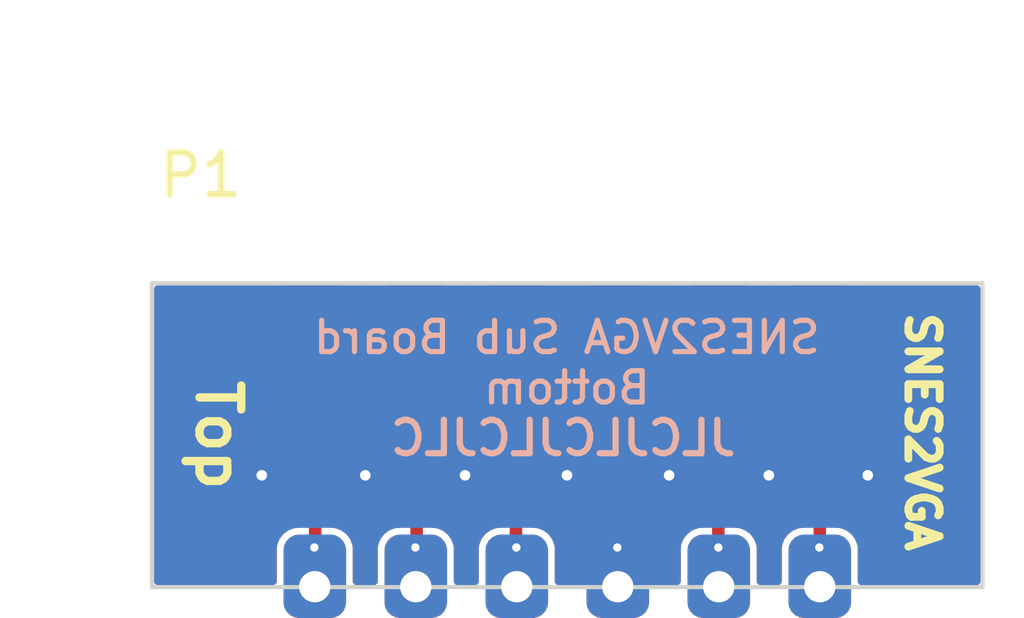
<source format=kicad_pcb>
(kicad_pcb (version 20241229) (generator "pcbnew") (generator_version "9.0")
  (title_block (rev "1"))
  (layers (0 "F.Cu" signal "Front") (2 "B.Cu" signal "Back") (13 "F.Paste" user) (15 "B.Paste" user) (5 "F.SilkS" user "F.Silkscreen") (7 "B.SilkS" user "B.Silkscreen") (1 "F.Mask" user) (3 "B.Mask" user) (25 "Edge.Cuts" user))
  (net 0 "")
  (net 1 "/Red_SNES")
  (net 2 "/CSYNC_SNES")
  (net 3 "/GND_SNES")
  (net 4 "/Luma_SNES")
  (net 5 "/CVBS_SNES")
  (net 6 "/Audio_L_SNES")
  (footprint "SNES2VGA_Library:AV_Multi_Sub" (layer "F.Cu") (at 135.41134 111.77888)
    (property "Reference" "P1" (at -8.79 -2.59 0) (layer "F.SilkS"))
    (property "Value" "AVMulti_SUB")
    (pad "1" connect roundrect (at 6.05 1.6) (size 1.9 3.2) (layers "F.Cu" "F.Mask") (net 1 "/Red_SNES"))
    (pad "3" connect roundrect (at 3.63 1.6) (size 1.9 3.2) (layers "F.Cu" "F.Mask") (net 2 "/CSYNC_SNES"))
    (pad "5" connect roundrect (at 1.21 1.6) (size 1.9 3.2) (layers "F.Cu" "F.Mask") (net 3 "/GND_SNES"))
    (pad "7" connect roundrect (at -1.21 1.6) (size 1.9 3.2) (layers "F.Cu" "F.Mask") (net 4 "/Luma_SNES"))
    (pad "9" connect roundrect (at -3.63 1.6) (size 1.9 3.2) (layers "F.Cu" "F.Mask") (net 5 "/CVBS_SNES"))
    (pad "11" connect roundrect (at -6.05 1.6) (size 1.9 3.2) (layers "F.Cu" "F.Mask") (net 6 "/Audio_L_SNES"))
    (pad "101" thru_hole circle (at 6.04 6.33) (size 0.4 0.4) (drill 0.2) (layers "*.Cu" "*.Mask") (net 1 "/Red_SNES"))
    (pad "101" thru_hole roundrect (at 6.05 7.27) (size 1.5 2) (drill 0.75 (offset 0 -0.25)) (layers "*.Cu" "*.Mask") (net 1 "/Red_SNES"))
    (pad "103" thru_hole circle (at 3.62 6.33) (size 0.4 0.4) (drill 0.2) (layers "*.Cu" "*.Mask") (net 2 "/CSYNC_SNES"))
    (pad "103" thru_hole roundrect (at 3.63 7.27) (size 1.5 2) (drill 0.75 (offset 0 -0.25)) (layers "*.Cu" "*.Mask") (net 2 "/CSYNC_SNES"))
    (pad "105" thru_hole circle (at 1.2 6.33) (size 0.4 0.4) (drill 0.2) (layers "*.Cu" "*.Mask") (net 3 "/GND_SNES"))
    (pad "105" thru_hole roundrect (at 1.21 7.27) (size 1.5 2) (drill 0.75 (offset 0 -0.25)) (layers "*.Cu" "*.Mask") (net 3 "/GND_SNES"))
    (pad "107" thru_hole circle (at -1.22 6.33) (size 0.4 0.4) (drill 0.2) (layers "*.Cu" "*.Mask") (net 4 "/Luma_SNES"))
    (pad "107" thru_hole roundrect (at -1.21 7.27) (size 1.5 2) (drill 0.75 (offset 0 -0.25)) (layers "*.Cu" "*.Mask") (net 4 "/Luma_SNES"))
    (pad "109" thru_hole circle (at -3.64 6.33) (size 0.4 0.4) (drill 0.2) (layers "*.Cu" "*.Mask") (net 5 "/CVBS_SNES"))
    (pad "109" thru_hole roundrect (at -3.63 7.27) (size 1.5 2) (drill 0.75 (offset 0 -0.25)) (layers "*.Cu" "*.Mask") (net 5 "/CVBS_SNES"))
    (pad "111" thru_hole circle (at -6.06 6.33) (size 0.4 0.4) (drill 0.2) (layers "*.Cu" "*.Mask") (net 6 "/Audio_L_SNES"))
    (pad "111" thru_hole roundrect (at -6.05 7.27) (size 1.5 2) (drill 0.75 (offset 0 -0.25)) (layers "*.Cu" "*.Mask") (net 6 "/Audio_L_SNES"))
  )
  (gr_line (start 125.46134 119.05888) (end 125.46134 111.77888) (stroke (width 0.1)) (layer "Edge.Cuts"))
  (gr_line (start 145.36134 111.77888) (end 145.36134 119.05888) (stroke (width 0.1)) (layer "Edge.Cuts"))
  (gr_line (start 145.36134 119.05888) (end 125.46134 119.05888) (stroke (width 0.1)) (layer "Edge.Cuts"))
  (gr_line (start 125.46134 111.77888) (end 145.36134 111.77888) (stroke (width 0.1)) (layer "Edge.Cuts"))
  (gr_text "SNES2VGA" (at 143.92134 115.33888 270) (layer "F.SilkS") (effects (font (size 0.75 0.75) (thickness 0.1875))))
  (gr_text "Top" (at 127.05134 115.41888 270) (layer "F.SilkS") (effects (font (size 1 1) (thickness 0.2))))
  (gr_text "JLCJLCJLCJLC" (at 139.52474 115.95608 0) (layer "B.SilkS") (effects (font (size 0.8 0.8) (thickness 0.15) (bold yes)) (justify left bottom mirror)))
  (gr_text "SNES2VGA Sub Board\nBottom" (at 135.40134 113.67888 0) (layer "B.SilkS") (effects (font (size 0.75 0.75) (thickness 0.125)) (justify mirror)))
  (segment (start 141.46134 113.78702) (end 141.46134 117.90888) (width 0.3) (layer "F.Cu") (net 1))
  (segment (start 139.03134 113.7557) (end 139.03134 117.86888) (width 0.3) (layer "F.Cu") (net 2))
  (via (at 130.57134 116.38002) (size 0.508) (drill 0.254) (layers "F.Cu" "B.Cu") (net 3))
  (via (at 128.09134 116.38002) (size 0.508) (drill 0.254) (layers "F.Cu" "B.Cu") (net 3))
  (via (at 132.96134 116.38002) (size 0.508) (drill 0.254) (layers "F.Cu" "B.Cu") (net 3))
  (via (at 135.40486 116.38002) (size 0.508) (drill 0.254) (layers "F.Cu" "B.Cu") (net 3))
  (via (at 140.24134 116.38002) (size 0.508) (drill 0.254) (layers "F.Cu" "B.Cu") (net 3))
  (via (at 142.61134 116.38002) (size 0.508) (drill 0.254) (layers "F.Cu" "B.Cu") (net 3))
  (via (at 137.85134 116.38002) (size 0.508) (drill 0.254) (layers "F.Cu" "B.Cu") (net 3))
  (segment (start 134.18134 118.03888) (end 134.18134 113.5714) (width 0.3) (layer "F.Cu") (net 4))
  (segment (start 131.80134 117.90636) (end 131.80134 113.44888) (width 0.3) (layer "F.Cu") (net 5))
  (segment (start 129.37134 113.91702) (end 129.37134 118.11888) (width 0.3) (layer "F.Cu") (net 6))
  (zone (net 4) (net_name "/Luma_SNES") (layer "F.Cu") (priority 16962) (connect_pads yes (clearance 0.16)) (min_thickness 0.0254) (fill yes (thermal_gap 0.25) (thermal_bridge_width 0.5))
    (polygon (pts (xy 134.03134 117.70888) (xy 134.031685 117.754709) (xy 134.03246 117.795782) (xy 134.033274 117.832745) (xy 134.033735 117.866247) (xy 134.033454 117.896933) (xy 134.032038 117.925453) (xy 134.029097 117.952451) (xy 134.024239 117.978577) (xy 134.017075 118.004478) (xy 134.007212 118.0308) (xy 134.196333 118.208755) (xy 134.366761 118.012823) (xy 134.355055 117.988877) (xy 134.346146 117.964981) (xy 134.339666 117.940579) (xy 134.335245 117.915115) (xy 134.332516 117.888032) (xy 134.33111 117.858774) (xy 134.330657 117.826786) (xy 134.330791 117.791512) (xy 134.331141 117.752395) (xy 134.33134 117.70888)))
  )
  (zone (net 6) (net_name "/Audio_L_SNES") (layer "F.Cu") (priority 16962) (connect_pads yes (clearance 0.16)) (min_thickness 0.0254) (fill yes (thermal_gap 0.25) (thermal_bridge_width 0.5))
    (polygon (pts (xy 129.22134 117.72888) (xy 129.221432 117.768211) (xy 129.221493 117.803633) (xy 129.2212 117.835613) (xy 129.22023 117.864618) (xy 129.218259 117.891115) (xy 129.214963 117.915573) (xy 129.210019 117.938459) (xy 129.203105 117.96024) (xy 129.193895 117.981383) (xy 129.182069 118.002358) (xy 129.340297 118.208268) (xy 129.539866 118.042113) (xy 129.53171 118.016016) (xy 129.525871 117.990524) (xy 129.522005 117.964975) (xy 129.519769 117.938706) (xy 129.518818 117.911055) (xy 129.51881 117.881359) (xy 129.519402 117.848956) (xy 129.520249 117.813183) (xy 129.52101 117.773379) (xy 129.52134 117.72888)))
  )
  (zone (net 3) (net_name "/GND_SNES") (layers "F.Cu" "B.Cu") (connect_pads (clearance 0.16)) (min_thickness 0.16) (fill yes (thermal_gap 0.25) (thermal_bridge_width 0.5))
    (polygon (pts (xy 146.28134 119.51957) (xy 123.913975 119.687513) (xy 123.988705 110.452852) (xy 146.35607 110.284909)))
  )
)
</source>
